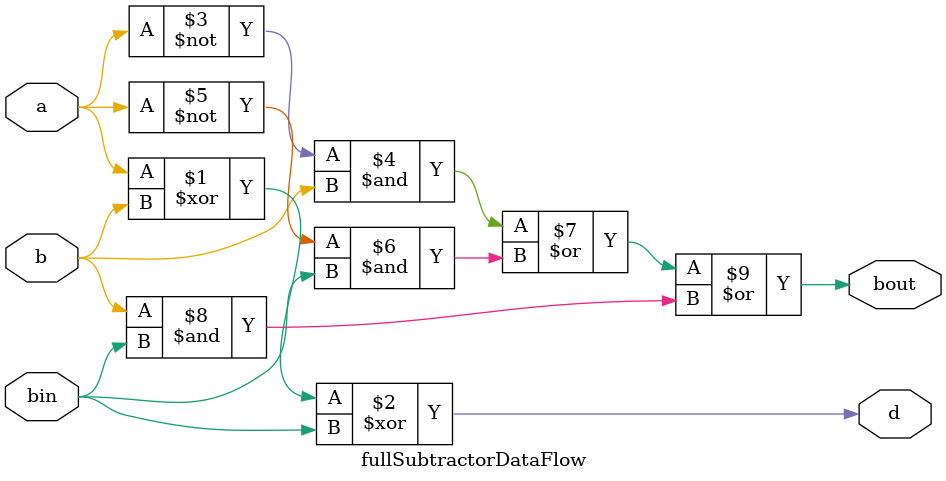
<source format=v>
module fullSubtractorDataFlow(d,bout,a,b,bin);
  input a,b,bin;
  output d,bout;
  assign d= a^b^bin;
  assign bout = ((~a)&b) | ((~a)&bin) | (b&bin);
endmodule
</source>
